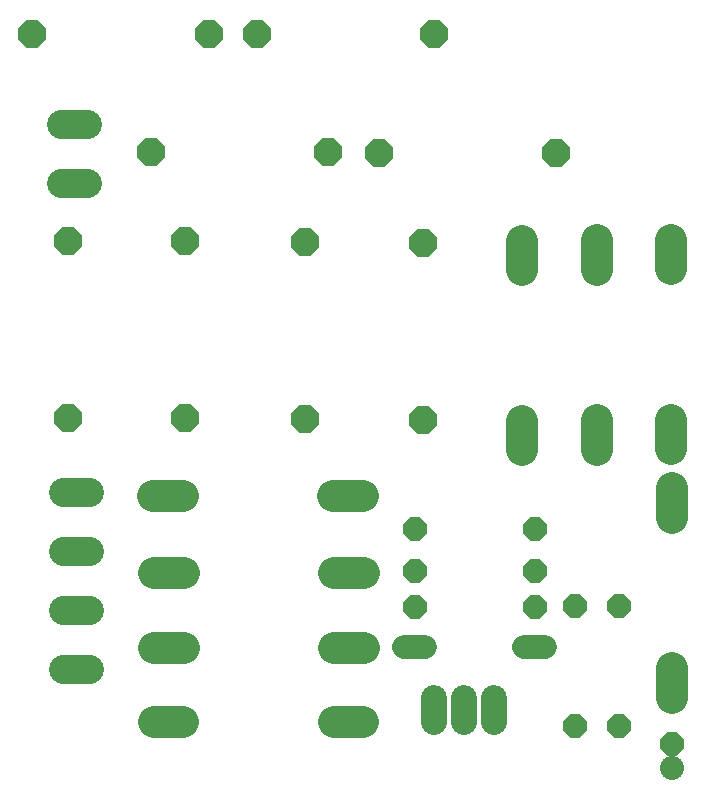
<source format=gbr>
G04 EAGLE Gerber RS-274X export*
G75*
%MOMM*%
%FSLAX34Y34*%
%LPD*%
%INSoldermask Bottom*%
%IPPOS*%
%AMOC8*
5,1,8,0,0,1.08239X$1,22.5*%
G01*
%ADD10P,2.556822X8X202.500000*%
%ADD11P,2.556822X8X22.500000*%
%ADD12P,2.556822X8X112.500000*%
%ADD13P,2.199416X8X112.500000*%
%ADD14C,2.032000*%
%ADD15C,2.717800*%
%ADD16C,2.032000*%
%ADD17P,2.199416X8X22.500000*%
%ADD18P,2.199416X8X292.500000*%
%ADD19P,2.199416X8X202.500000*%
%ADD20C,2.235200*%
%ADD21C,2.413000*%


D10*
X268876Y787315D03*
X119016Y787315D03*
D11*
X312057Y786758D03*
X461917Y786758D03*
D12*
X48646Y562318D03*
X48646Y712178D03*
X147942Y562273D03*
X147942Y712133D03*
D13*
X560436Y286367D03*
D14*
X560436Y266047D03*
D15*
X433221Y534834D02*
X433221Y559980D01*
X433221Y687234D02*
X433221Y712380D01*
X496274Y712646D02*
X496274Y687500D01*
X496274Y560246D02*
X496274Y535100D01*
X559291Y535683D02*
X559291Y560829D01*
X559291Y688083D02*
X559291Y713229D01*
X560059Y503165D02*
X560059Y478019D01*
X560059Y350765D02*
X560059Y325619D01*
X299071Y431375D02*
X273925Y431375D01*
X146671Y431375D02*
X121525Y431375D01*
X273467Y496019D02*
X298613Y496019D01*
X146213Y496019D02*
X121067Y496019D01*
X121258Y304625D02*
X146404Y304625D01*
X273658Y304625D02*
X298804Y304625D01*
X146583Y367556D02*
X121437Y367556D01*
X273837Y367556D02*
X298983Y367556D01*
D16*
X434678Y368249D02*
X452966Y368249D01*
X351366Y368249D02*
X333078Y368249D01*
D17*
X342415Y432575D03*
X444015Y432575D03*
D18*
X477711Y403018D03*
X477711Y301418D03*
X515475Y403079D03*
X515475Y301479D03*
D19*
X443751Y402167D03*
X342151Y402167D03*
X444093Y468030D03*
X342493Y468030D03*
D20*
X358878Y325656D02*
X358878Y305336D01*
X384278Y305336D02*
X384278Y325656D01*
X409678Y325656D02*
X409678Y305336D01*
D21*
X65168Y761139D02*
X43070Y761139D01*
X43070Y811139D02*
X65168Y811139D01*
X66925Y349601D02*
X44827Y349601D01*
X44827Y399601D02*
X66925Y399601D01*
X66925Y449601D02*
X44827Y449601D01*
X44827Y499601D02*
X66925Y499601D01*
D12*
X249695Y561236D03*
X249695Y711096D03*
D11*
X18195Y887505D03*
X168055Y887505D03*
D12*
X349243Y560742D03*
X349243Y710602D03*
D11*
X208932Y887394D03*
X358792Y887394D03*
M02*

</source>
